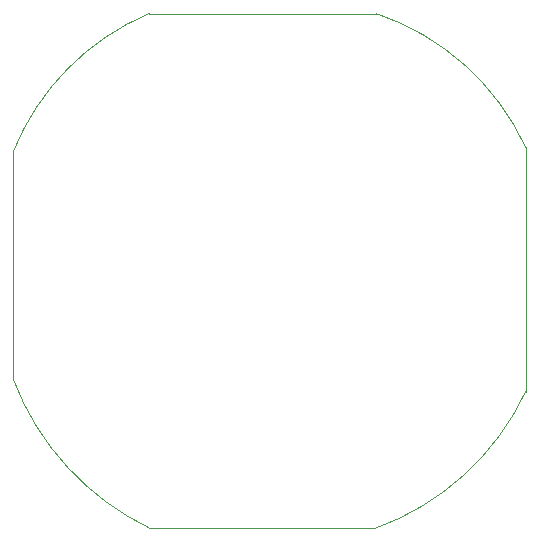
<source format=gm1>
G04 #@! TF.GenerationSoftware,KiCad,Pcbnew,no-vcs-found-2f9be81~58~ubuntu16.04.1*
G04 #@! TF.CreationDate,2017-04-03T17:26:58+03:00*
G04 #@! TF.ProjectId,livolo_2_channels_1way_eu_switch,6C69766F6C6F5F325F6368616E6E656C,rev?*
G04 #@! TF.FileFunction,Profile,NP*
%FSLAX46Y46*%
G04 Gerber Fmt 4.6, Leading zero omitted, Abs format (unit mm)*
G04 Created by KiCad (PCBNEW no-vcs-found-2f9be81~58~ubuntu16.04.1) date Mon Apr  3 17:26:58 2017*
%MOMM*%
%LPD*%
G01*
G04 APERTURE LIST*
%ADD10C,0.100000*%
G04 APERTURE END LIST*
D10*
X151369218Y-113790782D02*
X132369218Y-113790782D01*
X164145470Y-81508767D02*
X164145470Y-102207842D01*
X120779584Y-81849336D02*
G75*
G02X132269218Y-70190782I19776394J-7998997D01*
G01*
X132269218Y-70190782D02*
X151536413Y-70206986D01*
X120779584Y-101186133D02*
X120779584Y-81849336D01*
X164145470Y-102207843D02*
G75*
G02X151369218Y-113790782I-20291774J9544578D01*
G01*
X120779584Y-101186133D02*
X120779584Y-101186133D01*
X151536413Y-70206987D02*
G75*
G02X164145470Y-81508767I-6863045J-20341556D01*
G01*
X132369218Y-113790782D02*
G75*
G02X120779584Y-101186133I9940782J20770782D01*
G01*
M02*

</source>
